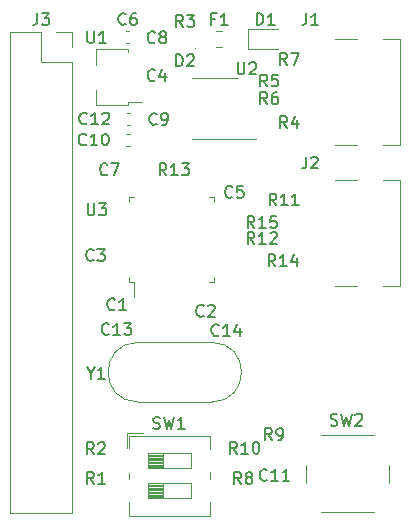
<source format=gto>
G04 #@! TF.GenerationSoftware,KiCad,Pcbnew,5.1.8+dfsg1-1~bpo10+1*
G04 #@! TF.CreationDate,2020-11-28T00:35:18+08:00*
G04 #@! TF.ProjectId,stm32-io-extend,73746d33-322d-4696-9f2d-657874656e64,rev?*
G04 #@! TF.SameCoordinates,Original*
G04 #@! TF.FileFunction,Legend,Top*
G04 #@! TF.FilePolarity,Positive*
%FSLAX46Y46*%
G04 Gerber Fmt 4.6, Leading zero omitted, Abs format (unit mm)*
G04 Created by KiCad (PCBNEW 5.1.8+dfsg1-1~bpo10+1) date 2020-11-28 00:35:18*
%MOMM*%
%LPD*%
G01*
G04 APERTURE LIST*
%ADD10C,0.120000*%
%ADD11C,0.100000*%
%ADD12C,0.150000*%
G04 APERTURE END LIST*
D10*
G04 #@! TO.C,C6*
X89609420Y-57890000D02*
X89890580Y-57890000D01*
X89609420Y-58910000D02*
X89890580Y-58910000D01*
G04 #@! TO.C,C10*
X89915580Y-67660000D02*
X89634420Y-67660000D01*
X89915580Y-66640000D02*
X89634420Y-66640000D01*
G04 #@! TO.C,C12*
X89965580Y-64865000D02*
X89684420Y-64865000D01*
X89965580Y-65885000D02*
X89684420Y-65885000D01*
G04 #@! TO.C,D1*
X99900000Y-57750000D02*
X99900000Y-59450000D01*
X99900000Y-59450000D02*
X102450000Y-59450000D01*
X99900000Y-57750000D02*
X102450000Y-57750000D01*
D11*
G04 #@! TO.C,D2*
X95490000Y-59400000D02*
G75*
G03*
X95490000Y-59400000I-50000J0D01*
G01*
D10*
G04 #@! TO.C,F1*
X97241422Y-57890000D02*
X97758578Y-57890000D01*
X97241422Y-59310000D02*
X97758578Y-59310000D01*
G04 #@! TO.C,J1*
X112840000Y-58630000D02*
X112840000Y-67570000D01*
X107330000Y-58630000D02*
X109130000Y-58630000D01*
X112840000Y-58630000D02*
X111380000Y-58630000D01*
X112840000Y-67570000D02*
X111380000Y-67570000D01*
X107330000Y-67570000D02*
X109130000Y-67570000D01*
G04 #@! TO.C,J2*
X107330000Y-79470000D02*
X109130000Y-79470000D01*
X112840000Y-79470000D02*
X111380000Y-79470000D01*
X112840000Y-70530000D02*
X111380000Y-70530000D01*
X107330000Y-70530000D02*
X109130000Y-70530000D01*
X112840000Y-70530000D02*
X112840000Y-79470000D01*
G04 #@! TO.C,J3*
X79830000Y-57970000D02*
X82430000Y-57970000D01*
X79830000Y-57970000D02*
X79830000Y-98730000D01*
X79830000Y-98730000D02*
X85030000Y-98730000D01*
X85030000Y-60570000D02*
X85030000Y-98730000D01*
X82430000Y-60570000D02*
X85030000Y-60570000D01*
X82430000Y-57970000D02*
X82430000Y-60570000D01*
X85030000Y-57970000D02*
X85030000Y-59300000D01*
X83700000Y-57970000D02*
X85030000Y-57970000D01*
G04 #@! TO.C,SW1*
X89900000Y-92190000D02*
X96721000Y-92190000D01*
X89900000Y-98950000D02*
X96721000Y-98950000D01*
X89900000Y-92190000D02*
X89900000Y-93260000D01*
X89900000Y-95340000D02*
X89900000Y-95851000D01*
X89900000Y-97830000D02*
X89900000Y-98950000D01*
X96721000Y-97830000D02*
X96721000Y-98950000D01*
X96721000Y-92190000D02*
X96721000Y-93310000D01*
X96721000Y-95290000D02*
X96721000Y-95851000D01*
X89660000Y-91950000D02*
X91043000Y-91950000D01*
X89660000Y-91950000D02*
X89660000Y-93260000D01*
X91500000Y-93665000D02*
X91500000Y-94935000D01*
X91500000Y-94935000D02*
X95120000Y-94935000D01*
X95120000Y-94935000D02*
X95120000Y-93665000D01*
X95120000Y-93665000D02*
X91500000Y-93665000D01*
X91500000Y-93785000D02*
X92706667Y-93785000D01*
X91500000Y-93905000D02*
X92706667Y-93905000D01*
X91500000Y-94025000D02*
X92706667Y-94025000D01*
X91500000Y-94145000D02*
X92706667Y-94145000D01*
X91500000Y-94265000D02*
X92706667Y-94265000D01*
X91500000Y-94385000D02*
X92706667Y-94385000D01*
X91500000Y-94505000D02*
X92706667Y-94505000D01*
X91500000Y-94625000D02*
X92706667Y-94625000D01*
X91500000Y-94745000D02*
X92706667Y-94745000D01*
X91500000Y-94865000D02*
X92706667Y-94865000D01*
X92706667Y-93665000D02*
X92706667Y-94935000D01*
X91500000Y-96205000D02*
X91500000Y-97475000D01*
X91500000Y-97475000D02*
X95120000Y-97475000D01*
X95120000Y-97475000D02*
X95120000Y-96205000D01*
X95120000Y-96205000D02*
X91500000Y-96205000D01*
X91500000Y-96325000D02*
X92706667Y-96325000D01*
X91500000Y-96445000D02*
X92706667Y-96445000D01*
X91500000Y-96565000D02*
X92706667Y-96565000D01*
X91500000Y-96685000D02*
X92706667Y-96685000D01*
X91500000Y-96805000D02*
X92706667Y-96805000D01*
X91500000Y-96925000D02*
X92706667Y-96925000D01*
X91500000Y-97045000D02*
X92706667Y-97045000D01*
X91500000Y-97165000D02*
X92706667Y-97165000D01*
X91500000Y-97285000D02*
X92706667Y-97285000D01*
X91500000Y-97405000D02*
X92706667Y-97405000D01*
X92706667Y-96205000D02*
X92706667Y-97475000D01*
G04 #@! TO.C,SW2*
X106100000Y-98650000D02*
X110600000Y-98650000D01*
X104850000Y-94650000D02*
X104850000Y-96150000D01*
X110600000Y-92150000D02*
X106100000Y-92150000D01*
X111850000Y-96150000D02*
X111850000Y-94650000D01*
G04 #@! TO.C,U1*
X87065000Y-60775000D02*
X87065000Y-59465000D01*
X87065000Y-59465000D02*
X89785000Y-59465000D01*
X90925000Y-63955000D02*
X89785000Y-63955000D01*
X87065000Y-64185000D02*
X87065000Y-62875000D01*
X89785000Y-64185000D02*
X87065000Y-64185000D01*
X89785000Y-64185000D02*
X89785000Y-63955000D01*
X89785000Y-59465000D02*
X89785000Y-59695000D01*
G04 #@! TO.C,U2*
X97125000Y-61915000D02*
X95175000Y-61915000D01*
X97125000Y-61915000D02*
X99075000Y-61915000D01*
X97125000Y-67035000D02*
X95175000Y-67035000D01*
X97125000Y-67035000D02*
X100575000Y-67035000D01*
G04 #@! TO.C,U3*
X97060000Y-72415000D02*
X97060000Y-71965000D01*
X97060000Y-71965000D02*
X96610000Y-71965000D01*
X97060000Y-78735000D02*
X97060000Y-79185000D01*
X97060000Y-79185000D02*
X96610000Y-79185000D01*
X89840000Y-72415000D02*
X89840000Y-71965000D01*
X89840000Y-71965000D02*
X90290000Y-71965000D01*
X89840000Y-78735000D02*
X89840000Y-79185000D01*
X89840000Y-79185000D02*
X90290000Y-79185000D01*
X90290000Y-79185000D02*
X90290000Y-80475000D01*
G04 #@! TO.C,Y1*
X90615000Y-84275000D02*
X96865000Y-84275000D01*
X90615000Y-89325000D02*
X96865000Y-89325000D01*
X90615000Y-89325000D02*
G75*
G02*
X90615000Y-84275000I0J2525000D01*
G01*
X96865000Y-89325000D02*
G75*
G03*
X96865000Y-84275000I0J2525000D01*
G01*
G04 #@! TO.C,C1*
D12*
X88658333Y-81457142D02*
X88610714Y-81504761D01*
X88467857Y-81552380D01*
X88372619Y-81552380D01*
X88229761Y-81504761D01*
X88134523Y-81409523D01*
X88086904Y-81314285D01*
X88039285Y-81123809D01*
X88039285Y-80980952D01*
X88086904Y-80790476D01*
X88134523Y-80695238D01*
X88229761Y-80600000D01*
X88372619Y-80552380D01*
X88467857Y-80552380D01*
X88610714Y-80600000D01*
X88658333Y-80647619D01*
X89610714Y-81552380D02*
X89039285Y-81552380D01*
X89325000Y-81552380D02*
X89325000Y-80552380D01*
X89229761Y-80695238D01*
X89134523Y-80790476D01*
X89039285Y-80838095D01*
G04 #@! TO.C,C2*
X96183333Y-82007142D02*
X96135714Y-82054761D01*
X95992857Y-82102380D01*
X95897619Y-82102380D01*
X95754761Y-82054761D01*
X95659523Y-81959523D01*
X95611904Y-81864285D01*
X95564285Y-81673809D01*
X95564285Y-81530952D01*
X95611904Y-81340476D01*
X95659523Y-81245238D01*
X95754761Y-81150000D01*
X95897619Y-81102380D01*
X95992857Y-81102380D01*
X96135714Y-81150000D01*
X96183333Y-81197619D01*
X96564285Y-81197619D02*
X96611904Y-81150000D01*
X96707142Y-81102380D01*
X96945238Y-81102380D01*
X97040476Y-81150000D01*
X97088095Y-81197619D01*
X97135714Y-81292857D01*
X97135714Y-81388095D01*
X97088095Y-81530952D01*
X96516666Y-82102380D01*
X97135714Y-82102380D01*
G04 #@! TO.C,C3*
X86858333Y-77282142D02*
X86810714Y-77329761D01*
X86667857Y-77377380D01*
X86572619Y-77377380D01*
X86429761Y-77329761D01*
X86334523Y-77234523D01*
X86286904Y-77139285D01*
X86239285Y-76948809D01*
X86239285Y-76805952D01*
X86286904Y-76615476D01*
X86334523Y-76520238D01*
X86429761Y-76425000D01*
X86572619Y-76377380D01*
X86667857Y-76377380D01*
X86810714Y-76425000D01*
X86858333Y-76472619D01*
X87191666Y-76377380D02*
X87810714Y-76377380D01*
X87477380Y-76758333D01*
X87620238Y-76758333D01*
X87715476Y-76805952D01*
X87763095Y-76853571D01*
X87810714Y-76948809D01*
X87810714Y-77186904D01*
X87763095Y-77282142D01*
X87715476Y-77329761D01*
X87620238Y-77377380D01*
X87334523Y-77377380D01*
X87239285Y-77329761D01*
X87191666Y-77282142D01*
G04 #@! TO.C,C4*
X92058333Y-62057142D02*
X92010714Y-62104761D01*
X91867857Y-62152380D01*
X91772619Y-62152380D01*
X91629761Y-62104761D01*
X91534523Y-62009523D01*
X91486904Y-61914285D01*
X91439285Y-61723809D01*
X91439285Y-61580952D01*
X91486904Y-61390476D01*
X91534523Y-61295238D01*
X91629761Y-61200000D01*
X91772619Y-61152380D01*
X91867857Y-61152380D01*
X92010714Y-61200000D01*
X92058333Y-61247619D01*
X92915476Y-61485714D02*
X92915476Y-62152380D01*
X92677380Y-61104761D02*
X92439285Y-61819047D01*
X93058333Y-61819047D01*
G04 #@! TO.C,C5*
X98608333Y-71932142D02*
X98560714Y-71979761D01*
X98417857Y-72027380D01*
X98322619Y-72027380D01*
X98179761Y-71979761D01*
X98084523Y-71884523D01*
X98036904Y-71789285D01*
X97989285Y-71598809D01*
X97989285Y-71455952D01*
X98036904Y-71265476D01*
X98084523Y-71170238D01*
X98179761Y-71075000D01*
X98322619Y-71027380D01*
X98417857Y-71027380D01*
X98560714Y-71075000D01*
X98608333Y-71122619D01*
X99513095Y-71027380D02*
X99036904Y-71027380D01*
X98989285Y-71503571D01*
X99036904Y-71455952D01*
X99132142Y-71408333D01*
X99370238Y-71408333D01*
X99465476Y-71455952D01*
X99513095Y-71503571D01*
X99560714Y-71598809D01*
X99560714Y-71836904D01*
X99513095Y-71932142D01*
X99465476Y-71979761D01*
X99370238Y-72027380D01*
X99132142Y-72027380D01*
X99036904Y-71979761D01*
X98989285Y-71932142D01*
G04 #@! TO.C,C6*
X89583333Y-57307142D02*
X89535714Y-57354761D01*
X89392857Y-57402380D01*
X89297619Y-57402380D01*
X89154761Y-57354761D01*
X89059523Y-57259523D01*
X89011904Y-57164285D01*
X88964285Y-56973809D01*
X88964285Y-56830952D01*
X89011904Y-56640476D01*
X89059523Y-56545238D01*
X89154761Y-56450000D01*
X89297619Y-56402380D01*
X89392857Y-56402380D01*
X89535714Y-56450000D01*
X89583333Y-56497619D01*
X90440476Y-56402380D02*
X90250000Y-56402380D01*
X90154761Y-56450000D01*
X90107142Y-56497619D01*
X90011904Y-56640476D01*
X89964285Y-56830952D01*
X89964285Y-57211904D01*
X90011904Y-57307142D01*
X90059523Y-57354761D01*
X90154761Y-57402380D01*
X90345238Y-57402380D01*
X90440476Y-57354761D01*
X90488095Y-57307142D01*
X90535714Y-57211904D01*
X90535714Y-56973809D01*
X90488095Y-56878571D01*
X90440476Y-56830952D01*
X90345238Y-56783333D01*
X90154761Y-56783333D01*
X90059523Y-56830952D01*
X90011904Y-56878571D01*
X89964285Y-56973809D01*
G04 #@! TO.C,C7*
X88033333Y-70032142D02*
X87985714Y-70079761D01*
X87842857Y-70127380D01*
X87747619Y-70127380D01*
X87604761Y-70079761D01*
X87509523Y-69984523D01*
X87461904Y-69889285D01*
X87414285Y-69698809D01*
X87414285Y-69555952D01*
X87461904Y-69365476D01*
X87509523Y-69270238D01*
X87604761Y-69175000D01*
X87747619Y-69127380D01*
X87842857Y-69127380D01*
X87985714Y-69175000D01*
X88033333Y-69222619D01*
X88366666Y-69127380D02*
X89033333Y-69127380D01*
X88604761Y-70127380D01*
G04 #@! TO.C,C8*
X92058333Y-58857142D02*
X92010714Y-58904761D01*
X91867857Y-58952380D01*
X91772619Y-58952380D01*
X91629761Y-58904761D01*
X91534523Y-58809523D01*
X91486904Y-58714285D01*
X91439285Y-58523809D01*
X91439285Y-58380952D01*
X91486904Y-58190476D01*
X91534523Y-58095238D01*
X91629761Y-58000000D01*
X91772619Y-57952380D01*
X91867857Y-57952380D01*
X92010714Y-58000000D01*
X92058333Y-58047619D01*
X92629761Y-58380952D02*
X92534523Y-58333333D01*
X92486904Y-58285714D01*
X92439285Y-58190476D01*
X92439285Y-58142857D01*
X92486904Y-58047619D01*
X92534523Y-58000000D01*
X92629761Y-57952380D01*
X92820238Y-57952380D01*
X92915476Y-58000000D01*
X92963095Y-58047619D01*
X93010714Y-58142857D01*
X93010714Y-58190476D01*
X92963095Y-58285714D01*
X92915476Y-58333333D01*
X92820238Y-58380952D01*
X92629761Y-58380952D01*
X92534523Y-58428571D01*
X92486904Y-58476190D01*
X92439285Y-58571428D01*
X92439285Y-58761904D01*
X92486904Y-58857142D01*
X92534523Y-58904761D01*
X92629761Y-58952380D01*
X92820238Y-58952380D01*
X92915476Y-58904761D01*
X92963095Y-58857142D01*
X93010714Y-58761904D01*
X93010714Y-58571428D01*
X92963095Y-58476190D01*
X92915476Y-58428571D01*
X92820238Y-58380952D01*
G04 #@! TO.C,C9*
X92208333Y-65757142D02*
X92160714Y-65804761D01*
X92017857Y-65852380D01*
X91922619Y-65852380D01*
X91779761Y-65804761D01*
X91684523Y-65709523D01*
X91636904Y-65614285D01*
X91589285Y-65423809D01*
X91589285Y-65280952D01*
X91636904Y-65090476D01*
X91684523Y-64995238D01*
X91779761Y-64900000D01*
X91922619Y-64852380D01*
X92017857Y-64852380D01*
X92160714Y-64900000D01*
X92208333Y-64947619D01*
X92684523Y-65852380D02*
X92875000Y-65852380D01*
X92970238Y-65804761D01*
X93017857Y-65757142D01*
X93113095Y-65614285D01*
X93160714Y-65423809D01*
X93160714Y-65042857D01*
X93113095Y-64947619D01*
X93065476Y-64900000D01*
X92970238Y-64852380D01*
X92779761Y-64852380D01*
X92684523Y-64900000D01*
X92636904Y-64947619D01*
X92589285Y-65042857D01*
X92589285Y-65280952D01*
X92636904Y-65376190D01*
X92684523Y-65423809D01*
X92779761Y-65471428D01*
X92970238Y-65471428D01*
X93065476Y-65423809D01*
X93113095Y-65376190D01*
X93160714Y-65280952D01*
G04 #@! TO.C,C10*
X86232142Y-67507142D02*
X86184523Y-67554761D01*
X86041666Y-67602380D01*
X85946428Y-67602380D01*
X85803571Y-67554761D01*
X85708333Y-67459523D01*
X85660714Y-67364285D01*
X85613095Y-67173809D01*
X85613095Y-67030952D01*
X85660714Y-66840476D01*
X85708333Y-66745238D01*
X85803571Y-66650000D01*
X85946428Y-66602380D01*
X86041666Y-66602380D01*
X86184523Y-66650000D01*
X86232142Y-66697619D01*
X87184523Y-67602380D02*
X86613095Y-67602380D01*
X86898809Y-67602380D02*
X86898809Y-66602380D01*
X86803571Y-66745238D01*
X86708333Y-66840476D01*
X86613095Y-66888095D01*
X87803571Y-66602380D02*
X87898809Y-66602380D01*
X87994047Y-66650000D01*
X88041666Y-66697619D01*
X88089285Y-66792857D01*
X88136904Y-66983333D01*
X88136904Y-67221428D01*
X88089285Y-67411904D01*
X88041666Y-67507142D01*
X87994047Y-67554761D01*
X87898809Y-67602380D01*
X87803571Y-67602380D01*
X87708333Y-67554761D01*
X87660714Y-67507142D01*
X87613095Y-67411904D01*
X87565476Y-67221428D01*
X87565476Y-66983333D01*
X87613095Y-66792857D01*
X87660714Y-66697619D01*
X87708333Y-66650000D01*
X87803571Y-66602380D01*
G04 #@! TO.C,C11*
X101537142Y-95907142D02*
X101489523Y-95954761D01*
X101346666Y-96002380D01*
X101251428Y-96002380D01*
X101108571Y-95954761D01*
X101013333Y-95859523D01*
X100965714Y-95764285D01*
X100918095Y-95573809D01*
X100918095Y-95430952D01*
X100965714Y-95240476D01*
X101013333Y-95145238D01*
X101108571Y-95050000D01*
X101251428Y-95002380D01*
X101346666Y-95002380D01*
X101489523Y-95050000D01*
X101537142Y-95097619D01*
X102489523Y-96002380D02*
X101918095Y-96002380D01*
X102203809Y-96002380D02*
X102203809Y-95002380D01*
X102108571Y-95145238D01*
X102013333Y-95240476D01*
X101918095Y-95288095D01*
X103441904Y-96002380D02*
X102870476Y-96002380D01*
X103156190Y-96002380D02*
X103156190Y-95002380D01*
X103060952Y-95145238D01*
X102965714Y-95240476D01*
X102870476Y-95288095D01*
G04 #@! TO.C,C12*
X86282142Y-65732142D02*
X86234523Y-65779761D01*
X86091666Y-65827380D01*
X85996428Y-65827380D01*
X85853571Y-65779761D01*
X85758333Y-65684523D01*
X85710714Y-65589285D01*
X85663095Y-65398809D01*
X85663095Y-65255952D01*
X85710714Y-65065476D01*
X85758333Y-64970238D01*
X85853571Y-64875000D01*
X85996428Y-64827380D01*
X86091666Y-64827380D01*
X86234523Y-64875000D01*
X86282142Y-64922619D01*
X87234523Y-65827380D02*
X86663095Y-65827380D01*
X86948809Y-65827380D02*
X86948809Y-64827380D01*
X86853571Y-64970238D01*
X86758333Y-65065476D01*
X86663095Y-65113095D01*
X87615476Y-64922619D02*
X87663095Y-64875000D01*
X87758333Y-64827380D01*
X87996428Y-64827380D01*
X88091666Y-64875000D01*
X88139285Y-64922619D01*
X88186904Y-65017857D01*
X88186904Y-65113095D01*
X88139285Y-65255952D01*
X87567857Y-65827380D01*
X88186904Y-65827380D01*
G04 #@! TO.C,C13*
X88157142Y-83557142D02*
X88109523Y-83604761D01*
X87966666Y-83652380D01*
X87871428Y-83652380D01*
X87728571Y-83604761D01*
X87633333Y-83509523D01*
X87585714Y-83414285D01*
X87538095Y-83223809D01*
X87538095Y-83080952D01*
X87585714Y-82890476D01*
X87633333Y-82795238D01*
X87728571Y-82700000D01*
X87871428Y-82652380D01*
X87966666Y-82652380D01*
X88109523Y-82700000D01*
X88157142Y-82747619D01*
X89109523Y-83652380D02*
X88538095Y-83652380D01*
X88823809Y-83652380D02*
X88823809Y-82652380D01*
X88728571Y-82795238D01*
X88633333Y-82890476D01*
X88538095Y-82938095D01*
X89442857Y-82652380D02*
X90061904Y-82652380D01*
X89728571Y-83033333D01*
X89871428Y-83033333D01*
X89966666Y-83080952D01*
X90014285Y-83128571D01*
X90061904Y-83223809D01*
X90061904Y-83461904D01*
X90014285Y-83557142D01*
X89966666Y-83604761D01*
X89871428Y-83652380D01*
X89585714Y-83652380D01*
X89490476Y-83604761D01*
X89442857Y-83557142D01*
G04 #@! TO.C,C14*
X97457142Y-83657142D02*
X97409523Y-83704761D01*
X97266666Y-83752380D01*
X97171428Y-83752380D01*
X97028571Y-83704761D01*
X96933333Y-83609523D01*
X96885714Y-83514285D01*
X96838095Y-83323809D01*
X96838095Y-83180952D01*
X96885714Y-82990476D01*
X96933333Y-82895238D01*
X97028571Y-82800000D01*
X97171428Y-82752380D01*
X97266666Y-82752380D01*
X97409523Y-82800000D01*
X97457142Y-82847619D01*
X98409523Y-83752380D02*
X97838095Y-83752380D01*
X98123809Y-83752380D02*
X98123809Y-82752380D01*
X98028571Y-82895238D01*
X97933333Y-82990476D01*
X97838095Y-83038095D01*
X99266666Y-83085714D02*
X99266666Y-83752380D01*
X99028571Y-82704761D02*
X98790476Y-83419047D01*
X99409523Y-83419047D01*
G04 #@! TO.C,D1*
X100661904Y-57402380D02*
X100661904Y-56402380D01*
X100900000Y-56402380D01*
X101042857Y-56450000D01*
X101138095Y-56545238D01*
X101185714Y-56640476D01*
X101233333Y-56830952D01*
X101233333Y-56973809D01*
X101185714Y-57164285D01*
X101138095Y-57259523D01*
X101042857Y-57354761D01*
X100900000Y-57402380D01*
X100661904Y-57402380D01*
X102185714Y-57402380D02*
X101614285Y-57402380D01*
X101900000Y-57402380D02*
X101900000Y-56402380D01*
X101804761Y-56545238D01*
X101709523Y-56640476D01*
X101614285Y-56688095D01*
G04 #@! TO.C,D2*
X93841904Y-60902380D02*
X93841904Y-59902380D01*
X94080000Y-59902380D01*
X94222857Y-59950000D01*
X94318095Y-60045238D01*
X94365714Y-60140476D01*
X94413333Y-60330952D01*
X94413333Y-60473809D01*
X94365714Y-60664285D01*
X94318095Y-60759523D01*
X94222857Y-60854761D01*
X94080000Y-60902380D01*
X93841904Y-60902380D01*
X94794285Y-59997619D02*
X94841904Y-59950000D01*
X94937142Y-59902380D01*
X95175238Y-59902380D01*
X95270476Y-59950000D01*
X95318095Y-59997619D01*
X95365714Y-60092857D01*
X95365714Y-60188095D01*
X95318095Y-60330952D01*
X94746666Y-60902380D01*
X95365714Y-60902380D01*
G04 #@! TO.C,F1*
X97166666Y-56878571D02*
X96833333Y-56878571D01*
X96833333Y-57402380D02*
X96833333Y-56402380D01*
X97309523Y-56402380D01*
X98214285Y-57402380D02*
X97642857Y-57402380D01*
X97928571Y-57402380D02*
X97928571Y-56402380D01*
X97833333Y-56545238D01*
X97738095Y-56640476D01*
X97642857Y-56688095D01*
G04 #@! TO.C,J1*
X104866666Y-56402380D02*
X104866666Y-57116666D01*
X104819047Y-57259523D01*
X104723809Y-57354761D01*
X104580952Y-57402380D01*
X104485714Y-57402380D01*
X105866666Y-57402380D02*
X105295238Y-57402380D01*
X105580952Y-57402380D02*
X105580952Y-56402380D01*
X105485714Y-56545238D01*
X105390476Y-56640476D01*
X105295238Y-56688095D01*
G04 #@! TO.C,J2*
X104866666Y-68552380D02*
X104866666Y-69266666D01*
X104819047Y-69409523D01*
X104723809Y-69504761D01*
X104580952Y-69552380D01*
X104485714Y-69552380D01*
X105295238Y-68647619D02*
X105342857Y-68600000D01*
X105438095Y-68552380D01*
X105676190Y-68552380D01*
X105771428Y-68600000D01*
X105819047Y-68647619D01*
X105866666Y-68742857D01*
X105866666Y-68838095D01*
X105819047Y-68980952D01*
X105247619Y-69552380D01*
X105866666Y-69552380D01*
G04 #@! TO.C,J3*
X82096666Y-56402380D02*
X82096666Y-57116666D01*
X82049047Y-57259523D01*
X81953809Y-57354761D01*
X81810952Y-57402380D01*
X81715714Y-57402380D01*
X82477619Y-56402380D02*
X83096666Y-56402380D01*
X82763333Y-56783333D01*
X82906190Y-56783333D01*
X83001428Y-56830952D01*
X83049047Y-56878571D01*
X83096666Y-56973809D01*
X83096666Y-57211904D01*
X83049047Y-57307142D01*
X83001428Y-57354761D01*
X82906190Y-57402380D01*
X82620476Y-57402380D01*
X82525238Y-57354761D01*
X82477619Y-57307142D01*
G04 #@! TO.C,R1*
X86883333Y-96252380D02*
X86550000Y-95776190D01*
X86311904Y-96252380D02*
X86311904Y-95252380D01*
X86692857Y-95252380D01*
X86788095Y-95300000D01*
X86835714Y-95347619D01*
X86883333Y-95442857D01*
X86883333Y-95585714D01*
X86835714Y-95680952D01*
X86788095Y-95728571D01*
X86692857Y-95776190D01*
X86311904Y-95776190D01*
X87835714Y-96252380D02*
X87264285Y-96252380D01*
X87550000Y-96252380D02*
X87550000Y-95252380D01*
X87454761Y-95395238D01*
X87359523Y-95490476D01*
X87264285Y-95538095D01*
G04 #@! TO.C,R2*
X86883333Y-93752380D02*
X86550000Y-93276190D01*
X86311904Y-93752380D02*
X86311904Y-92752380D01*
X86692857Y-92752380D01*
X86788095Y-92800000D01*
X86835714Y-92847619D01*
X86883333Y-92942857D01*
X86883333Y-93085714D01*
X86835714Y-93180952D01*
X86788095Y-93228571D01*
X86692857Y-93276190D01*
X86311904Y-93276190D01*
X87264285Y-92847619D02*
X87311904Y-92800000D01*
X87407142Y-92752380D01*
X87645238Y-92752380D01*
X87740476Y-92800000D01*
X87788095Y-92847619D01*
X87835714Y-92942857D01*
X87835714Y-93038095D01*
X87788095Y-93180952D01*
X87216666Y-93752380D01*
X87835714Y-93752380D01*
G04 #@! TO.C,R3*
X94433333Y-57552380D02*
X94100000Y-57076190D01*
X93861904Y-57552380D02*
X93861904Y-56552380D01*
X94242857Y-56552380D01*
X94338095Y-56600000D01*
X94385714Y-56647619D01*
X94433333Y-56742857D01*
X94433333Y-56885714D01*
X94385714Y-56980952D01*
X94338095Y-57028571D01*
X94242857Y-57076190D01*
X93861904Y-57076190D01*
X94766666Y-56552380D02*
X95385714Y-56552380D01*
X95052380Y-56933333D01*
X95195238Y-56933333D01*
X95290476Y-56980952D01*
X95338095Y-57028571D01*
X95385714Y-57123809D01*
X95385714Y-57361904D01*
X95338095Y-57457142D01*
X95290476Y-57504761D01*
X95195238Y-57552380D01*
X94909523Y-57552380D01*
X94814285Y-57504761D01*
X94766666Y-57457142D01*
G04 #@! TO.C,R4*
X103258333Y-66127380D02*
X102925000Y-65651190D01*
X102686904Y-66127380D02*
X102686904Y-65127380D01*
X103067857Y-65127380D01*
X103163095Y-65175000D01*
X103210714Y-65222619D01*
X103258333Y-65317857D01*
X103258333Y-65460714D01*
X103210714Y-65555952D01*
X103163095Y-65603571D01*
X103067857Y-65651190D01*
X102686904Y-65651190D01*
X104115476Y-65460714D02*
X104115476Y-66127380D01*
X103877380Y-65079761D02*
X103639285Y-65794047D01*
X104258333Y-65794047D01*
G04 #@! TO.C,R5*
X101558333Y-62602380D02*
X101225000Y-62126190D01*
X100986904Y-62602380D02*
X100986904Y-61602380D01*
X101367857Y-61602380D01*
X101463095Y-61650000D01*
X101510714Y-61697619D01*
X101558333Y-61792857D01*
X101558333Y-61935714D01*
X101510714Y-62030952D01*
X101463095Y-62078571D01*
X101367857Y-62126190D01*
X100986904Y-62126190D01*
X102463095Y-61602380D02*
X101986904Y-61602380D01*
X101939285Y-62078571D01*
X101986904Y-62030952D01*
X102082142Y-61983333D01*
X102320238Y-61983333D01*
X102415476Y-62030952D01*
X102463095Y-62078571D01*
X102510714Y-62173809D01*
X102510714Y-62411904D01*
X102463095Y-62507142D01*
X102415476Y-62554761D01*
X102320238Y-62602380D01*
X102082142Y-62602380D01*
X101986904Y-62554761D01*
X101939285Y-62507142D01*
G04 #@! TO.C,R6*
X101558333Y-64102380D02*
X101225000Y-63626190D01*
X100986904Y-64102380D02*
X100986904Y-63102380D01*
X101367857Y-63102380D01*
X101463095Y-63150000D01*
X101510714Y-63197619D01*
X101558333Y-63292857D01*
X101558333Y-63435714D01*
X101510714Y-63530952D01*
X101463095Y-63578571D01*
X101367857Y-63626190D01*
X100986904Y-63626190D01*
X102415476Y-63102380D02*
X102225000Y-63102380D01*
X102129761Y-63150000D01*
X102082142Y-63197619D01*
X101986904Y-63340476D01*
X101939285Y-63530952D01*
X101939285Y-63911904D01*
X101986904Y-64007142D01*
X102034523Y-64054761D01*
X102129761Y-64102380D01*
X102320238Y-64102380D01*
X102415476Y-64054761D01*
X102463095Y-64007142D01*
X102510714Y-63911904D01*
X102510714Y-63673809D01*
X102463095Y-63578571D01*
X102415476Y-63530952D01*
X102320238Y-63483333D01*
X102129761Y-63483333D01*
X102034523Y-63530952D01*
X101986904Y-63578571D01*
X101939285Y-63673809D01*
G04 #@! TO.C,R7*
X103233333Y-60752380D02*
X102900000Y-60276190D01*
X102661904Y-60752380D02*
X102661904Y-59752380D01*
X103042857Y-59752380D01*
X103138095Y-59800000D01*
X103185714Y-59847619D01*
X103233333Y-59942857D01*
X103233333Y-60085714D01*
X103185714Y-60180952D01*
X103138095Y-60228571D01*
X103042857Y-60276190D01*
X102661904Y-60276190D01*
X103566666Y-59752380D02*
X104233333Y-59752380D01*
X103804761Y-60752380D01*
G04 #@! TO.C,R8*
X99358333Y-96252380D02*
X99025000Y-95776190D01*
X98786904Y-96252380D02*
X98786904Y-95252380D01*
X99167857Y-95252380D01*
X99263095Y-95300000D01*
X99310714Y-95347619D01*
X99358333Y-95442857D01*
X99358333Y-95585714D01*
X99310714Y-95680952D01*
X99263095Y-95728571D01*
X99167857Y-95776190D01*
X98786904Y-95776190D01*
X99929761Y-95680952D02*
X99834523Y-95633333D01*
X99786904Y-95585714D01*
X99739285Y-95490476D01*
X99739285Y-95442857D01*
X99786904Y-95347619D01*
X99834523Y-95300000D01*
X99929761Y-95252380D01*
X100120238Y-95252380D01*
X100215476Y-95300000D01*
X100263095Y-95347619D01*
X100310714Y-95442857D01*
X100310714Y-95490476D01*
X100263095Y-95585714D01*
X100215476Y-95633333D01*
X100120238Y-95680952D01*
X99929761Y-95680952D01*
X99834523Y-95728571D01*
X99786904Y-95776190D01*
X99739285Y-95871428D01*
X99739285Y-96061904D01*
X99786904Y-96157142D01*
X99834523Y-96204761D01*
X99929761Y-96252380D01*
X100120238Y-96252380D01*
X100215476Y-96204761D01*
X100263095Y-96157142D01*
X100310714Y-96061904D01*
X100310714Y-95871428D01*
X100263095Y-95776190D01*
X100215476Y-95728571D01*
X100120238Y-95680952D01*
G04 #@! TO.C,R9*
X101963333Y-92552380D02*
X101630000Y-92076190D01*
X101391904Y-92552380D02*
X101391904Y-91552380D01*
X101772857Y-91552380D01*
X101868095Y-91600000D01*
X101915714Y-91647619D01*
X101963333Y-91742857D01*
X101963333Y-91885714D01*
X101915714Y-91980952D01*
X101868095Y-92028571D01*
X101772857Y-92076190D01*
X101391904Y-92076190D01*
X102439523Y-92552380D02*
X102630000Y-92552380D01*
X102725238Y-92504761D01*
X102772857Y-92457142D01*
X102868095Y-92314285D01*
X102915714Y-92123809D01*
X102915714Y-91742857D01*
X102868095Y-91647619D01*
X102820476Y-91600000D01*
X102725238Y-91552380D01*
X102534761Y-91552380D01*
X102439523Y-91600000D01*
X102391904Y-91647619D01*
X102344285Y-91742857D01*
X102344285Y-91980952D01*
X102391904Y-92076190D01*
X102439523Y-92123809D01*
X102534761Y-92171428D01*
X102725238Y-92171428D01*
X102820476Y-92123809D01*
X102868095Y-92076190D01*
X102915714Y-91980952D01*
G04 #@! TO.C,R10*
X99007142Y-93702380D02*
X98673809Y-93226190D01*
X98435714Y-93702380D02*
X98435714Y-92702380D01*
X98816666Y-92702380D01*
X98911904Y-92750000D01*
X98959523Y-92797619D01*
X99007142Y-92892857D01*
X99007142Y-93035714D01*
X98959523Y-93130952D01*
X98911904Y-93178571D01*
X98816666Y-93226190D01*
X98435714Y-93226190D01*
X99959523Y-93702380D02*
X99388095Y-93702380D01*
X99673809Y-93702380D02*
X99673809Y-92702380D01*
X99578571Y-92845238D01*
X99483333Y-92940476D01*
X99388095Y-92988095D01*
X100578571Y-92702380D02*
X100673809Y-92702380D01*
X100769047Y-92750000D01*
X100816666Y-92797619D01*
X100864285Y-92892857D01*
X100911904Y-93083333D01*
X100911904Y-93321428D01*
X100864285Y-93511904D01*
X100816666Y-93607142D01*
X100769047Y-93654761D01*
X100673809Y-93702380D01*
X100578571Y-93702380D01*
X100483333Y-93654761D01*
X100435714Y-93607142D01*
X100388095Y-93511904D01*
X100340476Y-93321428D01*
X100340476Y-93083333D01*
X100388095Y-92892857D01*
X100435714Y-92797619D01*
X100483333Y-92750000D01*
X100578571Y-92702380D01*
G04 #@! TO.C,R11*
X102332142Y-72677380D02*
X101998809Y-72201190D01*
X101760714Y-72677380D02*
X101760714Y-71677380D01*
X102141666Y-71677380D01*
X102236904Y-71725000D01*
X102284523Y-71772619D01*
X102332142Y-71867857D01*
X102332142Y-72010714D01*
X102284523Y-72105952D01*
X102236904Y-72153571D01*
X102141666Y-72201190D01*
X101760714Y-72201190D01*
X103284523Y-72677380D02*
X102713095Y-72677380D01*
X102998809Y-72677380D02*
X102998809Y-71677380D01*
X102903571Y-71820238D01*
X102808333Y-71915476D01*
X102713095Y-71963095D01*
X104236904Y-72677380D02*
X103665476Y-72677380D01*
X103951190Y-72677380D02*
X103951190Y-71677380D01*
X103855952Y-71820238D01*
X103760714Y-71915476D01*
X103665476Y-71963095D01*
G04 #@! TO.C,R12*
X100482142Y-75952380D02*
X100148809Y-75476190D01*
X99910714Y-75952380D02*
X99910714Y-74952380D01*
X100291666Y-74952380D01*
X100386904Y-75000000D01*
X100434523Y-75047619D01*
X100482142Y-75142857D01*
X100482142Y-75285714D01*
X100434523Y-75380952D01*
X100386904Y-75428571D01*
X100291666Y-75476190D01*
X99910714Y-75476190D01*
X101434523Y-75952380D02*
X100863095Y-75952380D01*
X101148809Y-75952380D02*
X101148809Y-74952380D01*
X101053571Y-75095238D01*
X100958333Y-75190476D01*
X100863095Y-75238095D01*
X101815476Y-75047619D02*
X101863095Y-75000000D01*
X101958333Y-74952380D01*
X102196428Y-74952380D01*
X102291666Y-75000000D01*
X102339285Y-75047619D01*
X102386904Y-75142857D01*
X102386904Y-75238095D01*
X102339285Y-75380952D01*
X101767857Y-75952380D01*
X102386904Y-75952380D01*
G04 #@! TO.C,R13*
X93032142Y-70127380D02*
X92698809Y-69651190D01*
X92460714Y-70127380D02*
X92460714Y-69127380D01*
X92841666Y-69127380D01*
X92936904Y-69175000D01*
X92984523Y-69222619D01*
X93032142Y-69317857D01*
X93032142Y-69460714D01*
X92984523Y-69555952D01*
X92936904Y-69603571D01*
X92841666Y-69651190D01*
X92460714Y-69651190D01*
X93984523Y-70127380D02*
X93413095Y-70127380D01*
X93698809Y-70127380D02*
X93698809Y-69127380D01*
X93603571Y-69270238D01*
X93508333Y-69365476D01*
X93413095Y-69413095D01*
X94317857Y-69127380D02*
X94936904Y-69127380D01*
X94603571Y-69508333D01*
X94746428Y-69508333D01*
X94841666Y-69555952D01*
X94889285Y-69603571D01*
X94936904Y-69698809D01*
X94936904Y-69936904D01*
X94889285Y-70032142D01*
X94841666Y-70079761D01*
X94746428Y-70127380D01*
X94460714Y-70127380D01*
X94365476Y-70079761D01*
X94317857Y-70032142D01*
G04 #@! TO.C,R14*
X102257142Y-77827380D02*
X101923809Y-77351190D01*
X101685714Y-77827380D02*
X101685714Y-76827380D01*
X102066666Y-76827380D01*
X102161904Y-76875000D01*
X102209523Y-76922619D01*
X102257142Y-77017857D01*
X102257142Y-77160714D01*
X102209523Y-77255952D01*
X102161904Y-77303571D01*
X102066666Y-77351190D01*
X101685714Y-77351190D01*
X103209523Y-77827380D02*
X102638095Y-77827380D01*
X102923809Y-77827380D02*
X102923809Y-76827380D01*
X102828571Y-76970238D01*
X102733333Y-77065476D01*
X102638095Y-77113095D01*
X104066666Y-77160714D02*
X104066666Y-77827380D01*
X103828571Y-76779761D02*
X103590476Y-77494047D01*
X104209523Y-77494047D01*
G04 #@! TO.C,R15*
X100482142Y-74577380D02*
X100148809Y-74101190D01*
X99910714Y-74577380D02*
X99910714Y-73577380D01*
X100291666Y-73577380D01*
X100386904Y-73625000D01*
X100434523Y-73672619D01*
X100482142Y-73767857D01*
X100482142Y-73910714D01*
X100434523Y-74005952D01*
X100386904Y-74053571D01*
X100291666Y-74101190D01*
X99910714Y-74101190D01*
X101434523Y-74577380D02*
X100863095Y-74577380D01*
X101148809Y-74577380D02*
X101148809Y-73577380D01*
X101053571Y-73720238D01*
X100958333Y-73815476D01*
X100863095Y-73863095D01*
X102339285Y-73577380D02*
X101863095Y-73577380D01*
X101815476Y-74053571D01*
X101863095Y-74005952D01*
X101958333Y-73958333D01*
X102196428Y-73958333D01*
X102291666Y-74005952D01*
X102339285Y-74053571D01*
X102386904Y-74148809D01*
X102386904Y-74386904D01*
X102339285Y-74482142D01*
X102291666Y-74529761D01*
X102196428Y-74577380D01*
X101958333Y-74577380D01*
X101863095Y-74529761D01*
X101815476Y-74482142D01*
G04 #@! TO.C,SW1*
X91916666Y-91554761D02*
X92059523Y-91602380D01*
X92297619Y-91602380D01*
X92392857Y-91554761D01*
X92440476Y-91507142D01*
X92488095Y-91411904D01*
X92488095Y-91316666D01*
X92440476Y-91221428D01*
X92392857Y-91173809D01*
X92297619Y-91126190D01*
X92107142Y-91078571D01*
X92011904Y-91030952D01*
X91964285Y-90983333D01*
X91916666Y-90888095D01*
X91916666Y-90792857D01*
X91964285Y-90697619D01*
X92011904Y-90650000D01*
X92107142Y-90602380D01*
X92345238Y-90602380D01*
X92488095Y-90650000D01*
X92821428Y-90602380D02*
X93059523Y-91602380D01*
X93250000Y-90888095D01*
X93440476Y-91602380D01*
X93678571Y-90602380D01*
X94583333Y-91602380D02*
X94011904Y-91602380D01*
X94297619Y-91602380D02*
X94297619Y-90602380D01*
X94202380Y-90745238D01*
X94107142Y-90840476D01*
X94011904Y-90888095D01*
G04 #@! TO.C,SW2*
X106941666Y-91279761D02*
X107084523Y-91327380D01*
X107322619Y-91327380D01*
X107417857Y-91279761D01*
X107465476Y-91232142D01*
X107513095Y-91136904D01*
X107513095Y-91041666D01*
X107465476Y-90946428D01*
X107417857Y-90898809D01*
X107322619Y-90851190D01*
X107132142Y-90803571D01*
X107036904Y-90755952D01*
X106989285Y-90708333D01*
X106941666Y-90613095D01*
X106941666Y-90517857D01*
X106989285Y-90422619D01*
X107036904Y-90375000D01*
X107132142Y-90327380D01*
X107370238Y-90327380D01*
X107513095Y-90375000D01*
X107846428Y-90327380D02*
X108084523Y-91327380D01*
X108275000Y-90613095D01*
X108465476Y-91327380D01*
X108703571Y-90327380D01*
X109036904Y-90422619D02*
X109084523Y-90375000D01*
X109179761Y-90327380D01*
X109417857Y-90327380D01*
X109513095Y-90375000D01*
X109560714Y-90422619D01*
X109608333Y-90517857D01*
X109608333Y-90613095D01*
X109560714Y-90755952D01*
X108989285Y-91327380D01*
X109608333Y-91327380D01*
G04 #@! TO.C,U1*
X86338095Y-57927380D02*
X86338095Y-58736904D01*
X86385714Y-58832142D01*
X86433333Y-58879761D01*
X86528571Y-58927380D01*
X86719047Y-58927380D01*
X86814285Y-58879761D01*
X86861904Y-58832142D01*
X86909523Y-58736904D01*
X86909523Y-57927380D01*
X87909523Y-58927380D02*
X87338095Y-58927380D01*
X87623809Y-58927380D02*
X87623809Y-57927380D01*
X87528571Y-58070238D01*
X87433333Y-58165476D01*
X87338095Y-58213095D01*
G04 #@! TO.C,U2*
X99063095Y-60577380D02*
X99063095Y-61386904D01*
X99110714Y-61482142D01*
X99158333Y-61529761D01*
X99253571Y-61577380D01*
X99444047Y-61577380D01*
X99539285Y-61529761D01*
X99586904Y-61482142D01*
X99634523Y-61386904D01*
X99634523Y-60577380D01*
X100063095Y-60672619D02*
X100110714Y-60625000D01*
X100205952Y-60577380D01*
X100444047Y-60577380D01*
X100539285Y-60625000D01*
X100586904Y-60672619D01*
X100634523Y-60767857D01*
X100634523Y-60863095D01*
X100586904Y-61005952D01*
X100015476Y-61577380D01*
X100634523Y-61577380D01*
G04 #@! TO.C,U3*
X86363095Y-72502380D02*
X86363095Y-73311904D01*
X86410714Y-73407142D01*
X86458333Y-73454761D01*
X86553571Y-73502380D01*
X86744047Y-73502380D01*
X86839285Y-73454761D01*
X86886904Y-73407142D01*
X86934523Y-73311904D01*
X86934523Y-72502380D01*
X87315476Y-72502380D02*
X87934523Y-72502380D01*
X87601190Y-72883333D01*
X87744047Y-72883333D01*
X87839285Y-72930952D01*
X87886904Y-72978571D01*
X87934523Y-73073809D01*
X87934523Y-73311904D01*
X87886904Y-73407142D01*
X87839285Y-73454761D01*
X87744047Y-73502380D01*
X87458333Y-73502380D01*
X87363095Y-73454761D01*
X87315476Y-73407142D01*
G04 #@! TO.C,Y1*
X86623809Y-86876190D02*
X86623809Y-87352380D01*
X86290476Y-86352380D02*
X86623809Y-86876190D01*
X86957142Y-86352380D01*
X87814285Y-87352380D02*
X87242857Y-87352380D01*
X87528571Y-87352380D02*
X87528571Y-86352380D01*
X87433333Y-86495238D01*
X87338095Y-86590476D01*
X87242857Y-86638095D01*
G04 #@! TD*
M02*

</source>
